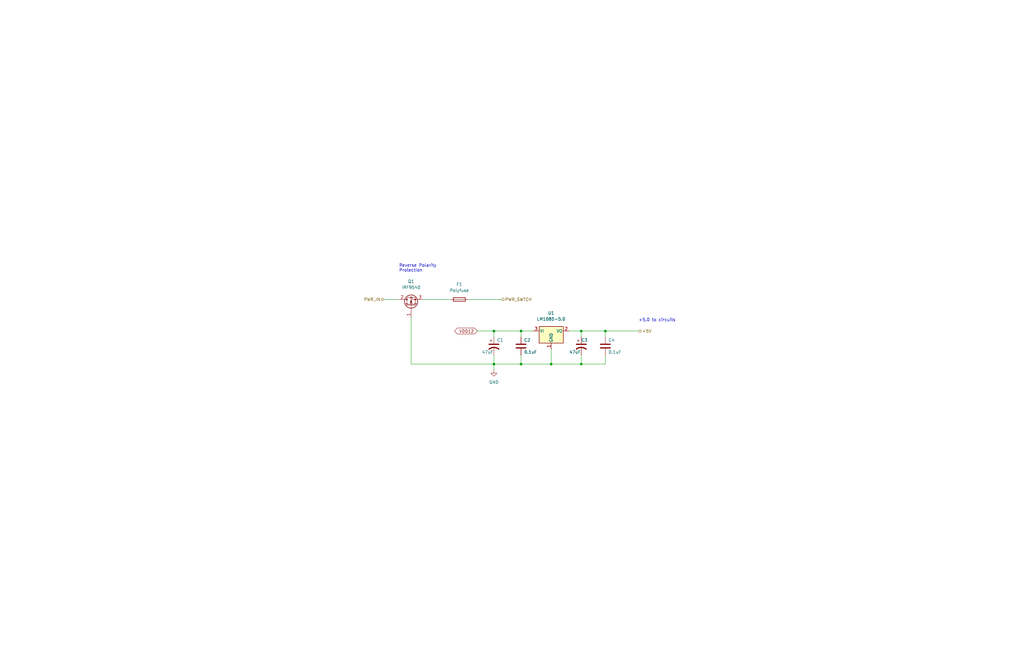
<source format=kicad_sch>
(kicad_sch (version 20230121) (generator eeschema)
  (paper "B")
  (lib_symbols
    (symbol "Device:C" (pin_numbers hide) (pin_names (offset 0.254))
      (property "Reference" "C" (at 0.635 2.54 0))
      (property "Value" "C" (at 0.635 -2.54 0))
      (symbol "C_0_1"
        (polyline (pts (xy -2.032 -0.762) (xy 2.032 -0.762)) (stroke (width 0.508)))
        (polyline (pts (xy -2.032 0.762) (xy 2.032 0.762)) (stroke (width 0.508)))
      )
      (symbol "C_1_1"
        (pin passive line (at 0 3.81 270) (length 2.794) (name "~") (number "1"))
        (pin passive line (at 0 -3.81 90) (length 2.794) (name "~") (number "2"))
      )
    )
    (symbol "Device:C_Polarized_US" (pin_numbers hide) (pin_names (offset 0.254) hide)
      (property "Reference" "C" (at 0.635 2.54 0))
      (property "Value" "C_Polarized_US" (at 0.635 -2.54 0))
      (symbol "C_Polarized_US_0_1"
        (polyline (pts (xy -2.032 0.762) (xy 2.032 0.762)) (stroke (width 0.508)))
        (polyline (pts (xy -1.778 2.286) (xy -0.762 2.286)))
        (polyline (pts (xy -1.27 1.778) (xy -1.27 2.794)))
        (arc (start 2.032 -1.27) (mid 0 -0.5572) (end -2.032 -1.27) (stroke (width 0.508)))
      )
      (symbol "C_Polarized_US_1_1"
        (pin passive line (at 0 3.81 270) (length 2.794) (name "~") (number "1"))
        (pin passive line (at 0 -3.81 90) (length 3.302) (name "~") (number "2"))
      )
    )
    (symbol "Device:Fuse" (pin_numbers hide) (pin_names (offset 0))
      (property "Reference" "F" (at 2.032 0 90))
      (property "Value" "Fuse" (at -1.905 0 90))
      (symbol "Fuse_0_1"
        (rectangle (start -0.762 -2.54) (end 0.762 2.54) (stroke (width 0.254)))
        (polyline (pts (xy 0 2.54) (xy 0 -2.54)))
      )
      (symbol "Fuse_1_1"
        (pin passive line (at 0 3.81 270) (length 1.27) (name "~") (number "1"))
        (pin passive line (at 0 -3.81 90) (length 1.27) (name "~") (number "2"))
      )
    )
    (symbol "Device:Q_PMOS_GDS" (pin_names (offset 0) hide)
      (property "Reference" "Q" (at 5.08 1.27 0))
      (property "Value" "Q_PMOS_GDS" (at 5.08 -1.27 0))
      (symbol "Q_PMOS_GDS_0_1"
        (polyline (pts (xy 0.254 0) (xy -2.54 0)))
        (polyline (pts (xy 0.254 1.905) (xy 0.254 -1.905)) (stroke (width 0.254)))
        (polyline (pts (xy 0.762 -1.27) (xy 0.762 -2.286)) (stroke (width 0.254)))
        (polyline (pts (xy 0.762 0.508) (xy 0.762 -0.508)) (stroke (width 0.254)))
        (polyline (pts (xy 0.762 2.286) (xy 0.762 1.27)) (stroke (width 0.254)))
        (polyline (pts (xy 2.54 2.54) (xy 2.54 1.778)))
        (polyline (pts (xy 2.54 -2.54) (xy 2.54 0) (xy 0.762 0)))
        (polyline (pts (xy 0.762 1.778) (xy 3.302 1.778) (xy 3.302 -1.778) (xy 0.762 -1.778)))
        (polyline (pts (xy 2.286 0) (xy 1.27 0.381) (xy 1.27 -0.381) (xy 2.286 0)) (fill (type outline)))
        (polyline (pts (xy 2.794 -0.508) (xy 2.921 -0.381) (xy 3.683 -0.381) (xy 3.81 -0.254)))
        (polyline (pts (xy 3.302 -0.381) (xy 2.921 0.254) (xy 3.683 0.254) (xy 3.302 -0.381)))
        (circle (center 1.651 0) (radius 2.794) (stroke (width 0.254)))
        (circle (center 2.54 -1.778) (radius 0.254) (fill (type outline)))
        (circle (center 2.54 1.778) (radius 0.254) (fill (type outline)))
      )
      (symbol "Q_PMOS_GDS_1_1"
        (pin input line (at -5.08 0 0) (length 2.54) (name "G") (number "1"))
        (pin passive line (at 2.54 5.08 270) (length 2.54) (name "D") (number "2"))
        (pin passive line (at 2.54 -5.08 90) (length 2.54) (name "S") (number "3"))
      )
    )
    (symbol "Regulator_Linear:LM1085-5.0" (pin_names (offset 0.254))
      (property "Reference" "U" (at -3.81 3.175 0))
      (property "Value" "LM1085-5.0" (at 0 3.175 0))
      (symbol "LM1085-5.0_0_1"
        (rectangle (start -5.08 1.905) (end 5.08 -5.08) (stroke (width 0.254)) (fill (type background)))
      )
      (symbol "LM1085-5.0_1_1"
        (pin power_in line (at 0 -7.62 90) (length 2.54) (name "GND") (number "1"))
        (pin power_out line (at 7.62 0 180) (length 2.54) (name "VO") (number "2"))
        (pin power_in line (at -7.62 0 0) (length 2.54) (name "VI") (number "3"))
      )
    )
    (symbol "power:GND" (power) (pin_names (offset 0))
      (property "Value" "GND" (at 0 -3.81 0))
      (symbol "GND_0_1"
        (polyline (pts (xy 0 0) (xy 0 -1.27) (xy 1.27 -1.27) (xy 0 -2.54) (xy -1.27 -1.27) (xy 0 -1.27)))
      )
      (symbol "GND_1_1"
        (pin power_in line (at 0 0 270) (length 0) hide (name "GND") (number "1"))
      )
    )
  )
  (junction (at 219.71 139.7))
  (junction (at 245.11 139.7))
  (junction (at 245.11 153.67))
  (junction (at 255.27 139.7))
  (junction (at 208.28 153.67))
  (junction (at 232.41 153.67))
  (junction (at 208.28 139.7))
  (junction (at 219.71 153.67))
  (wire (pts (xy 245.11 149.86) (xy 245.11 153.67)))
  (wire (pts (xy 173.355 153.67) (xy 208.28 153.67)))
  (wire (pts (xy 219.71 139.7) (xy 224.79 139.7)))
  (wire (pts (xy 208.28 139.7) (xy 219.71 139.7)))
  (wire (pts (xy 232.41 153.67) (xy 219.71 153.67)))
  (wire (pts (xy 208.28 142.24) (xy 208.28 139.7)))
  (wire (pts (xy 255.27 139.7) (xy 255.27 142.24)))
  (wire (pts (xy 201.295 139.7) (xy 208.28 139.7)))
  (wire (pts (xy 240.03 139.7) (xy 245.11 139.7)))
  (wire (pts (xy 208.28 149.86) (xy 208.28 153.67)))
  (wire (pts (xy 255.27 149.86) (xy 255.27 153.67)))
  (wire (pts (xy 219.71 139.7) (xy 219.71 142.24)))
  (wire (pts (xy 178.435 126.365) (xy 189.865 126.365)))
  (wire (pts (xy 219.71 149.86) (xy 219.71 153.67)))
  (wire (pts (xy 255.27 139.7) (xy 269.24 139.7)))
  (wire (pts (xy 173.355 133.985) (xy 173.355 153.67)))
  (wire (pts (xy 219.71 153.67) (xy 208.28 153.67)))
  (wire (pts (xy 245.11 139.7) (xy 245.11 142.24)))
  (wire (pts (xy 161.925 126.365) (xy 168.275 126.365)))
  (wire (pts (xy 245.11 153.67) (xy 255.27 153.67)))
  (wire (pts (xy 232.41 147.32) (xy 232.41 153.67)))
  (wire (pts (xy 245.11 153.67) (xy 232.41 153.67)))
  (wire (pts (xy 208.28 153.67) (xy 208.28 156.21)))
  (wire (pts (xy 197.485 126.365) (xy 211.455 126.365)))
  (wire (pts (xy 245.11 139.7) (xy 255.27 139.7)))
  (text "Reverse Polarity\nProtection" (at 168.275 114.935 0) (effects (font (size 1.27 1.27)) (justify left bottom)))
  (text "+5.0 to circuits" (at 269.24 135.89 0) (effects (font (size 1.27 1.27)) (justify left bottom)))
  (global_label "VDD12" (shape bidirectional) (at 201.295 139.7 180) (property "Intersheetrefs" "${INTERSHEET_REFS}" (at 191.6924 139.7 0) (effects (justify right))))
  (hierarchical_label "PWR_IN" (shape bidirectional) (at 161.925 126.365 180))
  (hierarchical_label "+5V" (shape bidirectional) (at 269.24 139.7 0))
  (hierarchical_label "PWR_SWTCH" (shape bidirectional) (at 211.455 126.365 0))
  (symbol (lib_id "Device:C_Polarized_US") (at 245.11 146.05 0) (unit 1)
    (property "Reference" "C3" (at 245.11 143.51 0) (effects (justify left)))
    (property "Value" "47uF" (at 240.03 148.59 0) (effects (justify left)))
    (property "Footprint" "Capacitor_THT:CP_Radial_D7.5mm_P2.50mm" (effects hide))
  )
  (symbol (lib_id "Device:C") (at 219.71 146.05 0) (unit 1)
    (property "Reference" "C2" (at 220.98 143.51 0) (effects (justify left)))
    (property "Value" "0.1uF" (at 220.98 148.59 0) (effects (justify left)))
    (property "Footprint" "Capacitor_SMD:C_0603_1608Metric_Pad1.08x0.95mm_HandSolder" (effects hide))
  )
  (symbol (lib_id "Regulator_Linear:LM1085-5.0") (at 232.41 139.7 0) (unit 1)
    (property "Reference" "U1" (at 232.41 132.08 0))
    (property "Value" "LM1085-5.0" (at 232.41 134.62 0))
    (property "Footprint" "Package_TO_SOT_THT:TO-220-3_Vertical" (effects hide))
    (property "Datasheet" "http://www.ti.com/lit/ds/symlink/lm1085.pdf" (effects hide))
  )
  (symbol (lib_id "Device:Q_PMOS_GDS") (at 173.355 128.905 90) (unit 1)
    (property "Reference" "Q1" (at 173.355 118.745 90))
    (property "Value" "IRF9540" (at 173.355 121.285 90))
    (property "Footprint" "Package_TO_SOT_THT:TO-220-3_Vertical" (effects hide))
  )
  (symbol (lib_id "Device:C") (at 255.27 146.05 0) (unit 1)
    (property "Reference" "C4" (at 256.54 143.51 0) (effects (justify left)))
    (property "Value" "0.1uF" (at 256.54 148.59 0) (effects (justify left)))
    (property "Footprint" "Capacitor_SMD:C_0603_1608Metric_Pad1.08x0.95mm_HandSolder" (effects hide))
  )
  (symbol (lib_id "Device:Fuse") (at 193.675 126.365 90) (unit 1)
    (property "Reference" "F1" (at 193.675 120.015 90))
    (property "Value" "Polyfuse" (at 193.675 122.555 90))
    (property "Footprint" "Fuse:Fuse_2920_7451Metric_Pad2.10x5.45mm_HandSolder" (effects hide))
  )
  (symbol (lib_id "Device:C_Polarized_US") (at 208.28 146.05 0) (unit 1)
    (property "Reference" "C1" (at 209.55 143.51 0) (effects (justify left)))
    (property "Value" "47uF" (at 203.2 148.59 0) (effects (justify left)))
    (property "Footprint" "Capacitor_THT:CP_Radial_D7.5mm_P2.50mm" (effects hide))
  )
  (symbol (lib_id "power:GND") (at 208.28 156.21 0) (unit 1)
    (property "Reference" "#PWR01" (effects hide))
    (property "Value" "GND" (at 208.28 161.29 0))
  )
)
</source>
